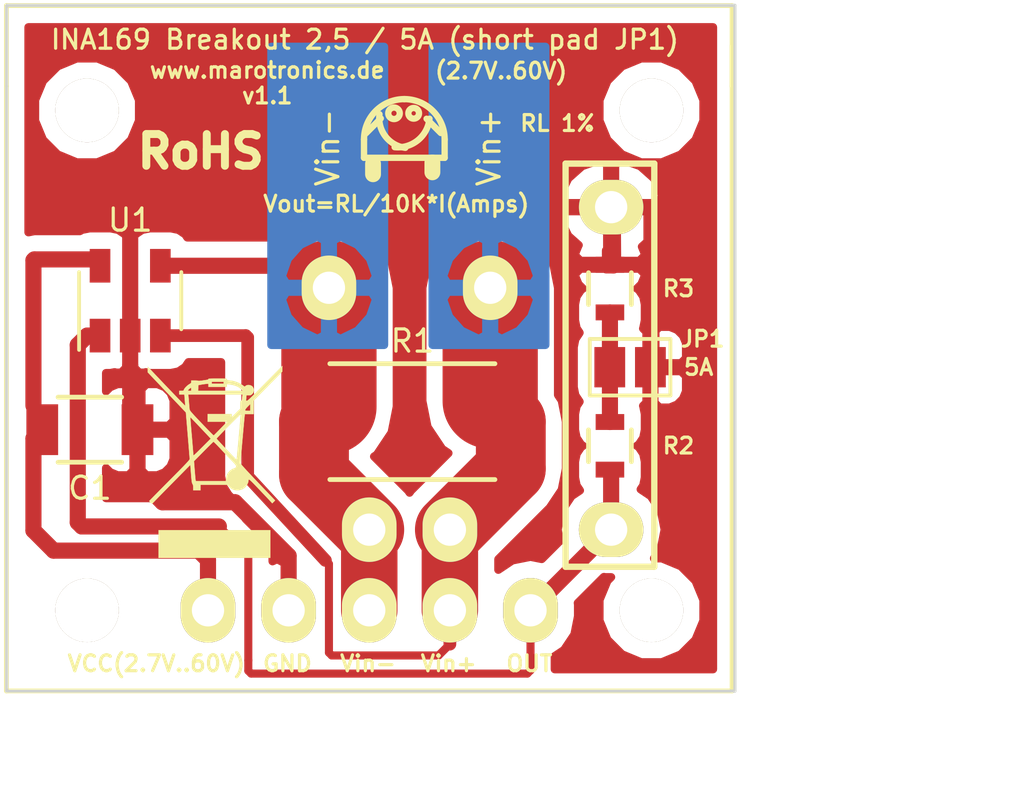
<source format=kicad_pcb>
(kicad_pcb (version 20171130) (host pcbnew "(2018-01-10 revision dc62c0717)-makepkg")

  (general
    (thickness 1.6)
    (drawings 35)
    (tracks 73)
    (zones 0)
    (modules 8)
    (nets 7)
  )

  (page A4)
  (title_block
    (title INA169_StromSensor)
    (date 2017-11-30)
    (rev V1.1)
    (company "Uwe Zimprich")
  )

  (layers
    (0 F.Cu signal)
    (31 B.Cu signal)
    (32 B.Adhes user)
    (33 F.Adhes user)
    (34 B.Paste user)
    (35 F.Paste user)
    (36 B.SilkS user)
    (37 F.SilkS user)
    (38 B.Mask user)
    (39 F.Mask user)
    (40 Dwgs.User user)
    (41 Cmts.User user)
    (42 Eco1.User user)
    (43 Eco2.User user)
    (44 Edge.Cuts user)
    (45 Margin user)
    (46 B.CrtYd user)
    (47 F.CrtYd user)
    (48 B.Fab user)
    (49 F.Fab user)
  )

  (setup
    (last_trace_width 0.254)
    (user_trace_width 0.254)
    (user_trace_width 0.4)
    (user_trace_width 0.508)
    (user_trace_width 0.762)
    (user_trace_width 1.106)
    (user_trace_width 1.27)
    (user_trace_width 1.524)
    (user_trace_width 1.778)
    (trace_clearance 0.254)
    (zone_clearance 0.508)
    (zone_45_only no)
    (trace_min 0.254)
    (segment_width 0.2)
    (edge_width 0.1)
    (via_size 0.889)
    (via_drill 0.635)
    (via_min_size 0.889)
    (via_min_drill 0.508)
    (uvia_size 0.508)
    (uvia_drill 0.127)
    (uvias_allowed no)
    (uvia_min_size 0.508)
    (uvia_min_drill 0.127)
    (pcb_text_width 0.3)
    (pcb_text_size 1.5 1.5)
    (mod_edge_width 0.15)
    (mod_text_size 1 1)
    (mod_text_width 0.15)
    (pad_size 2.032 1.72)
    (pad_drill 1.016)
    (pad_to_mask_clearance 0)
    (aux_axis_origin 0 0)
    (visible_elements 7FFFFF7F)
    (pcbplotparams
      (layerselection 0x00030_80000001)
      (usegerberextensions false)
      (usegerberattributes false)
      (usegerberadvancedattributes false)
      (creategerberjobfile false)
      (excludeedgelayer true)
      (linewidth 0.100000)
      (plotframeref false)
      (viasonmask false)
      (mode 1)
      (useauxorigin false)
      (hpglpennumber 1)
      (hpglpenspeed 20)
      (hpglpendiameter 15)
      (psnegative false)
      (psa4output false)
      (plotreference true)
      (plotvalue true)
      (plotinvisibletext false)
      (padsonsilk false)
      (subtractmaskfromsilk false)
      (outputformat 1)
      (mirror false)
      (drillshape 0)
      (scaleselection 1)
      (outputdirectory ""))
  )

  (net 0 "")
  (net 1 GND)
  (net 2 /VCC)
  (net 3 /Out)
  (net 4 /Vin-)
  (net 5 /Vin+)
  (net 6 "Net-(JP1-Pad1)")

  (net_class Default "Dies ist die voreingestellte Netzklasse."
    (clearance 0.254)
    (trace_width 0.254)
    (via_dia 0.889)
    (via_drill 0.635)
    (uvia_dia 0.508)
    (uvia_drill 0.127)
    (diff_pair_gap 0.25)
    (diff_pair_width 0.254)
    (add_net /Out)
    (add_net /VCC)
    (add_net /Vin+)
    (add_net /Vin-)
    (add_net GND)
    (add_net "Net-(JP1-Pad1)")
  )

  (net_class Load ""
    (clearance 0.254)
    (trace_width 0.254)
    (via_dia 0.889)
    (via_drill 0.635)
    (uvia_dia 0.508)
    (uvia_drill 0.127)
    (diff_pair_gap 0.25)
    (diff_pair_width 0.254)
  )

  (module ina169_breakout:ina169_breakout_footprint (layer F.Cu) (tedit 5A206F0C) (tstamp 54E61CA1)
    (at 147.9931 103.2256)
    (path /587A8695)
    (fp_text reference J1 (at -3.5941 -2.5146) (layer F.SilkS) hide
      (effects (font (size 0.7 0.7) (thickness 0.15)))
    )
    (fp_text value "INA169 Breakout 2,5 / 5A (short pad JP1)" (at -0.137145 -10.35925) (layer F.SilkS)
      (effects (font (size 0.6 0.6) (thickness 0.1)))
    )
    (fp_line (start 11.43 10.16) (end -11.43 10.16) (layer F.SilkS) (width 0.15))
    (fp_line (start -11.43 -8.89) (end -11.43 -11.43) (layer F.SilkS) (width 0.15))
    (fp_line (start -11.43 -11.43) (end 11.43 -11.43) (layer F.SilkS) (width 0.15))
    (fp_line (start 11.43 -11.43) (end 11.43 -8.89) (layer F.SilkS) (width 0.15))
    (fp_line (start 11.43 -8.89) (end 11.43 -10.16) (layer F.SilkS) (width 0.15))
    (fp_line (start 11.43 10.16) (end 11.43 -8.89) (layer F.SilkS) (width 0.15))
    (fp_line (start -11.43 -8.89) (end -11.43 10.16) (layer F.SilkS) (width 0.15))
    (pad 5 thru_hole oval (at 7.62 5.08) (size 2.032 1.72) (drill 1.016) (layers *.Cu *.Mask F.SilkS)
      (net 3 /Out))
    (pad 2 thru_hole oval (at 7.62 -5.08) (size 2.032 1.72) (drill 1.016) (layers *.Cu *.Mask F.SilkS)
      (net 1 GND))
    (pad 3 thru_hole oval (at -1.27 -2.54) (size 1.72 2.032) (drill 1.016) (layers *.Cu *.Mask F.SilkS)
      (net 4 /Vin-))
    (pad 4 thru_hole oval (at 3.81 -2.54) (size 1.72 2.032) (drill 1.016) (layers *.Cu *.Mask F.SilkS)
      (net 5 /Vin+))
    (pad 3 thru_hole oval (at 0 5.08) (size 1.72 2.032) (drill 1.016) (layers *.Cu *.Mask F.SilkS)
      (net 4 /Vin-))
    (pad 4 thru_hole oval (at 2.54 5.08) (size 1.72 2.032) (drill 1.016) (layers *.Cu *.Mask F.SilkS)
      (net 5 /Vin+))
    (pad 2 thru_hole oval (at -2.54 7.62) (size 1.72 2.032) (drill 1.016) (layers *.Cu *.Mask F.SilkS)
      (net 1 GND))
    (pad 1 thru_hole oval (at -5.08 7.62) (size 1.72 2.032) (drill 1.016) (layers *.Cu *.Mask F.SilkS)
      (net 2 /VCC))
    (pad 5 thru_hole oval (at 5.08 7.62) (size 1.72 2.032) (drill 1.016) (layers *.Cu *.Mask F.SilkS)
      (net 3 /Out))
    (pad 4 thru_hole oval (at 2.54 7.62) (size 1.72 2.032) (drill 1.016) (layers *.Cu *.Mask F.SilkS)
      (net 5 /Vin+))
    (pad 3 thru_hole oval (at 0 7.62) (size 1.72 2.032) (drill 1.016) (layers *.Cu *.Mask F.SilkS)
      (net 4 /Vin-))
    (pad "" thru_hole circle (at -8.89 7.62) (size 2 2) (drill 2) (layers *.Cu *.Mask F.SilkS))
    (pad "" thru_hole circle (at 8.89 7.62) (size 2 2) (drill 2) (layers *.Cu *.Mask F.SilkS))
    (pad "" thru_hole circle (at -8.89 -8.128) (size 2 2) (drill 2) (layers *.Cu *.Mask F.SilkS))
    (pad "" thru_hole circle (at 8.89 -8.128) (size 2 2) (drill 2) (layers *.Cu *.Mask F.SilkS))
    (model ${KISYS3DMOD}/Pin_Headers.3dshapes/Pin_Header_Straight_1x05_Pitch2.54mm.wrl
      (offset (xyz 126.9999980926514 -190.4999971389771 -46.98999929428101))
      (scale (xyz 1 1 1))
      (rotate (xyz 0 180 90))
    )
    (model ${KISYS3DMOD}/Pin_Headers.3dshapes/Pin_Header_Straight_1x02_Pitch2.54mm.wrl
      (offset (xyz 64.5159990310669 -133.1975979995727 -46.98999929428101))
      (scale (xyz 1 1 1))
      (rotate (xyz 0 180 90))
    )
  )

  (module Resistors_SMD:R_2512 (layer F.Cu) (tedit 5A205CA1) (tstamp 54E35950)
    (at 149.352 104.902 180)
    (descr "Resistor SMD 2512, reflow soldering, Vishay (see dcrcw.pdf)")
    (tags "resistor 2512")
    (path /587A7CC4)
    (attr smd)
    (fp_text reference R1 (at 0 2.54) (layer F.SilkS)
      (effects (font (size 0.7 0.7) (thickness 0.1)))
    )
    (fp_text value "0.1 1% 2W" (at 0 0 180) (layer F.Fab) hide
      (effects (font (size 0.7 0.7) (thickness 0.1)))
    )
    (fp_line (start -3.9 -1.95) (end 3.9 -1.95) (layer F.CrtYd) (width 0.05))
    (fp_line (start -3.9 1.95) (end 3.9 1.95) (layer F.CrtYd) (width 0.05))
    (fp_line (start -3.9 -1.95) (end -3.9 1.95) (layer F.CrtYd) (width 0.05))
    (fp_line (start 3.9 -1.95) (end 3.9 1.95) (layer F.CrtYd) (width 0.05))
    (fp_line (start 2.6 1.825) (end -2.6 1.825) (layer F.SilkS) (width 0.15))
    (fp_line (start -2.6 -1.825) (end 2.6 -1.825) (layer F.SilkS) (width 0.15))
    (pad 1 smd rect (at -3.1 0 180) (size 1 3.2) (layers F.Cu F.Paste F.Mask)
      (net 5 /Vin+))
    (pad 2 smd rect (at 3.1 0 180) (size 1 3.2) (layers F.Cu F.Paste F.Mask)
      (net 4 /Vin-))
    (model ${KISYS3DMOD}/Resistors_SMD.3dshapes/R_2512.wrl
      (at (xyz 0 0 0))
      (scale (xyz 1 1 1))
      (rotate (xyz 0 0 180))
    )
  )

  (module Capacitors_SMD:C_1206 (layer F.Cu) (tedit 5A20840E) (tstamp 54E35945)
    (at 139.192 105.156)
    (descr "Capacitor SMD 1206, reflow soldering, AVX (see smccp.pdf)")
    (tags "capacitor 1206")
    (path /587A6051)
    (attr smd)
    (fp_text reference C1 (at 0 1.8415) (layer F.SilkS)
      (effects (font (size 0.7 0.7) (thickness 0.1)))
    )
    (fp_text value 0.1uF (at 3.937 0.8509) (layer F.Fab) hide
      (effects (font (size 0.7 0.7) (thickness 0.1)))
    )
    (fp_line (start -2.3 -1.15) (end 2.3 -1.15) (layer F.CrtYd) (width 0.05))
    (fp_line (start -2.3 1.15) (end 2.3 1.15) (layer F.CrtYd) (width 0.05))
    (fp_line (start -2.3 -1.15) (end -2.3 1.15) (layer F.CrtYd) (width 0.05))
    (fp_line (start 2.3 -1.15) (end 2.3 1.15) (layer F.CrtYd) (width 0.05))
    (fp_line (start 1 -1.025) (end -1 -1.025) (layer F.SilkS) (width 0.15))
    (fp_line (start -1 1.025) (end 1 1.025) (layer F.SilkS) (width 0.15))
    (pad 1 smd rect (at -1.5 0) (size 1 1.6) (layers F.Cu F.Paste F.Mask)
      (net 2 /VCC))
    (pad 2 smd rect (at 1.5 0) (size 1 1.6) (layers F.Cu F.Paste F.Mask)
      (net 1 GND))
    (model ${KISYS3DMOD}/Capacitors_SMD.3dshapes/C_1206.wrl
      (at (xyz 0 0 0))
      (scale (xyz 1 1 1))
      (rotate (xyz 0 0 0))
    )
  )

  (module Resistors_SMD:R_0603 (layer F.Cu) (tedit 5A206FE8) (tstamp 54E3595B)
    (at 155.575 105.664 90)
    (descr "Resistor SMD 0603, reflow soldering, Vishay (see dcrcw.pdf)")
    (tags "resistor 0603")
    (path /587A79B6)
    (attr smd)
    (fp_text reference R2 (at 0 2.159) (layer F.SilkS)
      (effects (font (size 0.5 0.5) (thickness 0.1)))
    )
    (fp_text value "10K 1%" (at 0.0762 2.9464 90) (layer F.Fab) hide
      (effects (font (size 0.5 0.5) (thickness 0.1)))
    )
    (fp_line (start -1.3 -0.8) (end 1.3 -0.8) (layer F.CrtYd) (width 0.05))
    (fp_line (start -1.3 0.8) (end 1.3 0.8) (layer F.CrtYd) (width 0.05))
    (fp_line (start -1.3 -0.8) (end -1.3 0.8) (layer F.CrtYd) (width 0.05))
    (fp_line (start 1.3 -0.8) (end 1.3 0.8) (layer F.CrtYd) (width 0.05))
    (fp_line (start 0.5 0.675) (end -0.5 0.675) (layer F.SilkS) (width 0.15))
    (fp_line (start -0.5 -0.675) (end 0.5 -0.675) (layer F.SilkS) (width 0.15))
    (pad 1 smd rect (at -0.75 0 90) (size 0.5 0.9) (layers F.Cu F.Paste F.Mask)
      (net 3 /Out))
    (pad 2 smd rect (at 0.75 0 90) (size 0.5 0.9) (layers F.Cu F.Paste F.Mask)
      (net 6 "Net-(JP1-Pad1)"))
    (model ${KISYS3DMOD}/Resistors_SMD.3dshapes/R_0603.wrl
      (at (xyz 0 0 0))
      (scale (xyz 1 1 1))
      (rotate (xyz 0 0 0))
    )
  )

  (module Resistors_SMD:R_0603 (layer F.Cu) (tedit 5A206FDE) (tstamp 55017C33)
    (at 155.575 100.711 90)
    (descr "Resistor SMD 0603, reflow soldering, Vishay (see dcrcw.pdf)")
    (tags "resistor 0603")
    (path /587A6B3F)
    (attr smd)
    (fp_text reference R3 (at 0 2.159) (layer F.SilkS)
      (effects (font (size 0.5 0.5) (thickness 0.1)))
    )
    (fp_text value "10K 1%" (at -0.10414 2.8194 90) (layer F.Fab) hide
      (effects (font (size 0.5 0.5) (thickness 0.1)))
    )
    (fp_line (start -1.3 -0.8) (end 1.3 -0.8) (layer F.CrtYd) (width 0.05))
    (fp_line (start -1.3 0.8) (end 1.3 0.8) (layer F.CrtYd) (width 0.05))
    (fp_line (start -1.3 -0.8) (end -1.3 0.8) (layer F.CrtYd) (width 0.05))
    (fp_line (start 1.3 -0.8) (end 1.3 0.8) (layer F.CrtYd) (width 0.05))
    (fp_line (start 0.5 0.675) (end -0.5 0.675) (layer F.SilkS) (width 0.15))
    (fp_line (start -0.5 -0.675) (end 0.5 -0.675) (layer F.SilkS) (width 0.15))
    (pad 1 smd rect (at -0.75 0 90) (size 0.5 0.9) (layers F.Cu F.Paste F.Mask)
      (net 6 "Net-(JP1-Pad1)"))
    (pad 2 smd rect (at 0.75 0 90) (size 0.5 0.9) (layers F.Cu F.Paste F.Mask)
      (net 1 GND))
    (model ${KISYS3DMOD}/Resistors_SMD.3dshapes/R_0603.wrl
      (at (xyz 0 0 0))
      (scale (xyz 1 1 1))
      (rotate (xyz 0 0 0))
    )
  )

  (module TO_SOT_Packages_SMD:SOT-23-5 (layer F.Cu) (tedit 5A205C4F) (tstamp 587A6D6F)
    (at 140.462 101.092 90)
    (descr "5-pin SOT23 package")
    (tags SOT-23-5)
    (path /587A66BB)
    (attr smd)
    (fp_text reference U1 (at 2.54 0) (layer F.SilkS)
      (effects (font (size 0.7 0.7) (thickness 0.1)))
    )
    (fp_text value INA169_IC (at -2.413 0) (layer F.Fab) hide
      (effects (font (size 0.5 0.5) (thickness 0.1)))
    )
    (fp_line (start 0.9 -1.55) (end 0.9 1.55) (layer F.Fab) (width 0.15))
    (fp_line (start 0.9 1.55) (end -0.9 1.55) (layer F.Fab) (width 0.15))
    (fp_line (start -0.9 -1.55) (end -0.9 1.55) (layer F.Fab) (width 0.15))
    (fp_line (start 0.9 -1.55) (end -0.9 -1.55) (layer F.Fab) (width 0.15))
    (fp_line (start -1.9 1.8) (end -1.9 -1.8) (layer F.CrtYd) (width 0.05))
    (fp_line (start 1.9 1.8) (end -1.9 1.8) (layer F.CrtYd) (width 0.05))
    (fp_line (start 1.9 -1.8) (end 1.9 1.8) (layer F.CrtYd) (width 0.05))
    (fp_line (start -1.9 -1.8) (end 1.9 -1.8) (layer F.CrtYd) (width 0.05))
    (fp_line (start 0.9 -1.61) (end -1.55 -1.61) (layer F.SilkS) (width 0.12))
    (fp_line (start -0.9 1.61) (end 0.9 1.61) (layer F.SilkS) (width 0.12))
    (pad 5 smd rect (at 1.1 -0.95 90) (size 1.06 0.65) (layers F.Cu F.Paste F.Mask)
      (net 2 /VCC))
    (pad 4 smd rect (at 1.1 0.95 90) (size 1.06 0.65) (layers F.Cu F.Paste F.Mask)
      (net 4 /Vin-))
    (pad 3 smd rect (at -1.1 0.95 90) (size 1.06 0.65) (layers F.Cu F.Paste F.Mask)
      (net 5 /Vin+))
    (pad 2 smd rect (at -1.1 0 90) (size 1.06 0.65) (layers F.Cu F.Paste F.Mask)
      (net 1 GND))
    (pad 1 smd rect (at -1.1 -0.95 90) (size 1.06 0.65) (layers F.Cu F.Paste F.Mask)
      (net 3 /Out))
    (model TO_SOT_Packages_SMD.3dshapes/SOT-23-5.wrl
      (at (xyz 0 0 0))
      (scale (xyz 1 1 1))
      (rotate (xyz 0 0 0))
    )
  )

  (module Connectors:GS2 (layer F.Cu) (tedit 5A206D99) (tstamp 5A206A03)
    (at 156.21 103.1875 90)
    (descr "2-pin solder bridge")
    (tags "solder bridge")
    (path /5A20683E)
    (attr smd)
    (fp_text reference JP1 (at 0.889 2.286) (layer F.SilkS)
      (effects (font (size 0.5 0.5) (thickness 0.1)))
    )
    (fp_text value 5A (at 0 2.159) (layer F.SilkS)
      (effects (font (size 0.5 0.5) (thickness 0.1)))
    )
    (fp_line (start -0.89 -1.27) (end 0.89 -1.27) (layer F.SilkS) (width 0.12))
    (fp_line (start 0.89 1.27) (end -0.89 1.27) (layer F.SilkS) (width 0.12))
    (fp_line (start 0.89 1.27) (end 0.89 -1.27) (layer F.SilkS) (width 0.12))
    (fp_line (start -0.89 -1.27) (end -0.89 1.27) (layer F.SilkS) (width 0.12))
    (fp_line (start -1.1 -1.45) (end 1.1 -1.45) (layer F.CrtYd) (width 0.05))
    (fp_line (start -1.1 1.5) (end -1.1 -1.45) (layer F.CrtYd) (width 0.05))
    (fp_line (start 1.1 1.5) (end -1.1 1.5) (layer F.CrtYd) (width 0.05))
    (fp_line (start 1.1 -1.45) (end 1.1 1.5) (layer F.CrtYd) (width 0.05))
    (pad 2 smd rect (at 0 0.64 90) (size 1.27 0.97) (layers F.Cu F.Paste F.Mask)
      (net 1 GND))
    (pad 1 smd rect (at 0 -0.64 90) (size 1.27 0.97) (layers F.Cu F.Paste F.Mask)
      (net 6 "Net-(JP1-Pad1)"))
  )

  (module Symbols:WEEE-Logo_4.2x6mm_SilkScreen (layer F.Cu) (tedit 5A208662) (tstamp 5A20FB45)
    (at 143.129 106.172)
    (descr "Waste Electrical and Electronic Equipment Directive")
    (tags "Logo WEEE")
    (path /5A20ED28)
    (attr virtual)
    (fp_text reference H1 (at 0 0) (layer F.SilkS) hide
      (effects (font (size 1 1) (thickness 0.15)))
    )
    (fp_text value Mülleimer (at 0.75 0) (layer F.Fab) hide
      (effects (font (size 1 1) (thickness 0.15)))
    )
    (fp_poly (pts (xy 2.12443 -2.935152) (xy 2.123811 -2.848069) (xy 1.672086 -2.389109) (xy 1.220361 -1.930148)
      (xy 1.220032 -1.719529) (xy 1.219703 -1.508911) (xy 0.94461 -1.508911) (xy 0.937522 -1.45547)
      (xy 0.934838 -1.431112) (xy 0.930313 -1.385241) (xy 0.924191 -1.320595) (xy 0.916712 -1.239909)
      (xy 0.908119 -1.145919) (xy 0.898654 -1.041363) (xy 0.888558 -0.928975) (xy 0.878074 -0.811493)
      (xy 0.867444 -0.691652) (xy 0.856909 -0.572189) (xy 0.846713 -0.455841) (xy 0.837095 -0.345343)
      (xy 0.8283 -0.243431) (xy 0.820568 -0.152842) (xy 0.814142 -0.076313) (xy 0.809263 -0.016579)
      (xy 0.806175 0.023624) (xy 0.805117 0.041559) (xy 0.805118 0.041644) (xy 0.812827 0.056035)
      (xy 0.835981 0.085748) (xy 0.874895 0.131131) (xy 0.929884 0.192529) (xy 1.001264 0.270288)
      (xy 1.089349 0.364754) (xy 1.194454 0.476272) (xy 1.316895 0.605188) (xy 1.35131 0.641287)
      (xy 1.897137 1.213416) (xy 1.808881 1.301436) (xy 1.737485 1.223758) (xy 1.711366 1.195686)
      (xy 1.670566 1.152274) (xy 1.617777 1.096366) (xy 1.555691 1.030808) (xy 1.487 0.958441)
      (xy 1.414396 0.882112) (xy 1.37096 0.836524) (xy 1.289416 0.751119) (xy 1.223504 0.68271)
      (xy 1.171544 0.630053) (xy 1.131855 0.591905) (xy 1.102757 0.56702) (xy 1.082569 0.554156)
      (xy 1.06961 0.552068) (xy 1.0622 0.559513) (xy 1.058658 0.575246) (xy 1.057303 0.598023)
      (xy 1.057121 0.604239) (xy 1.047703 0.647061) (xy 1.024497 0.698819) (xy 0.992136 0.751328)
      (xy 0.955252 0.796403) (xy 0.940493 0.810328) (xy 0.864767 0.859047) (xy 0.776308 0.886306)
      (xy 0.6981 0.892773) (xy 0.609468 0.880576) (xy 0.527612 0.844813) (xy 0.455164 0.786722)
      (xy 0.441797 0.772262) (xy 0.392918 0.716733) (xy -0.452674 0.716733) (xy -0.452674 0.892773)
      (xy -0.67901 0.892773) (xy -0.67901 0.810531) (xy -0.68185 0.754386) (xy -0.691393 0.715416)
      (xy -0.702991 0.694219) (xy -0.711277 0.679052) (xy -0.718373 0.657062) (xy -0.724748 0.624987)
      (xy -0.730872 0.579569) (xy -0.737216 0.517548) (xy -0.74425 0.435662) (xy -0.749066 0.374746)
      (xy -0.771161 0.089343) (xy -1.313565 0.638805) (xy -1.411637 0.738228) (xy -1.505784 0.833815)
      (xy -1.594285 0.92381) (xy -1.67542 1.006457) (xy -1.747469 1.080001) (xy -1.808712 1.142684)
      (xy -1.857427 1.192752) (xy -1.891896 1.228448) (xy -1.910379 1.247995) (xy -1.940743 1.278944)
      (xy -1.966071 1.30053) (xy -1.979695 1.307723) (xy -1.997095 1.299297) (xy -2.02246 1.278245)
      (xy -2.031058 1.269671) (xy -2.067514 1.23162) (xy -1.866802 1.027658) (xy -1.815596 0.975699)
      (xy -1.749569 0.90882) (xy -1.671618 0.82995) (xy -1.584638 0.742014) (xy -1.491526 0.647941)
      (xy -1.395179 0.550658) (xy -1.298492 0.453093) (xy -1.229134 0.383145) (xy -1.123703 0.27655)
      (xy -1.035129 0.186307) (xy -0.962281 0.111192) (xy -0.904023 0.049986) (xy -0.859225 0.001466)
      (xy -0.837021 -0.023871) (xy -0.658724 -0.023871) (xy -0.636401 0.261555) (xy -0.629669 0.345219)
      (xy -0.623157 0.421727) (xy -0.617234 0.487081) (xy -0.612268 0.537281) (xy -0.608629 0.568329)
      (xy -0.607458 0.575273) (xy -0.600838 0.603565) (xy 0.348636 0.603565) (xy 0.354974 0.524606)
      (xy 0.37411 0.431315) (xy 0.414154 0.348791) (xy 0.472582 0.280038) (xy 0.546871 0.228063)
      (xy 0.630252 0.196863) (xy 0.657302 0.182228) (xy 0.670844 0.150819) (xy 0.671128 0.149434)
      (xy 0.672753 0.136174) (xy 0.670744 0.122595) (xy 0.663142 0.106181) (xy 0.647984 0.084411)
      (xy 0.623312 0.054767) (xy 0.587164 0.014732) (xy 0.53758 -0.038215) (xy 0.472599 -0.106591)
      (xy 0.468401 -0.110995) (xy 0.398507 -0.184389) (xy 0.3242 -0.262563) (xy 0.250586 -0.340136)
      (xy 0.182771 -0.411725) (xy 0.12586 -0.471949) (xy 0.113168 -0.485413) (xy 0.064513 -0.53618)
      (xy 0.021291 -0.579625) (xy -0.013395 -0.612759) (xy -0.036444 -0.632595) (xy -0.044182 -0.636954)
      (xy -0.055722 -0.62783) (xy -0.08271 -0.6028) (xy -0.123021 -0.563948) (xy -0.174529 -0.513357)
      (xy -0.235109 -0.453112) (xy -0.302636 -0.385296) (xy -0.357826 -0.329435) (xy -0.658724 -0.023871)
      (xy -0.837021 -0.023871) (xy -0.826751 -0.035589) (xy -0.805471 -0.062401) (xy -0.794251 -0.080192)
      (xy -0.791754 -0.08843) (xy -0.7927 -0.10641) (xy -0.795573 -0.147108) (xy -0.800187 -0.208181)
      (xy -0.806358 -0.287287) (xy -0.813898 -0.382086) (xy -0.822621 -0.490233) (xy -0.832343 -0.609388)
      (xy -0.842876 -0.737209) (xy -0.851365 -0.839365) (xy -0.899396 -1.415326) (xy -0.775805 -1.415326)
      (xy -0.775273 -1.402896) (xy -0.772769 -1.36789) (xy -0.768496 -1.312785) (xy -0.762653 -1.240057)
      (xy -0.755443 -1.152186) (xy -0.747066 -1.051649) (xy -0.737723 -0.940923) (xy -0.728758 -0.835795)
      (xy -0.718602 -0.716517) (xy -0.709142 -0.60392) (xy -0.700596 -0.500695) (xy -0.693179 -0.409527)
      (xy -0.687108 -0.333105) (xy -0.682601 -0.274117) (xy -0.679873 -0.235251) (xy -0.679116 -0.220156)
      (xy -0.677935 -0.210762) (xy -0.673256 -0.207034) (xy -0.663276 -0.210529) (xy -0.64619 -0.222801)
      (xy -0.620196 -0.245406) (xy -0.58349 -0.2799) (xy -0.534267 -0.327838) (xy -0.470726 -0.390776)
      (xy -0.403305 -0.458032) (xy -0.127601 -0.733523) (xy -0.129533 -0.735594) (xy 0.05271 -0.735594)
      (xy 0.061016 -0.72422) (xy 0.084267 -0.697437) (xy 0.120135 -0.657708) (xy 0.166287 -0.607493)
      (xy 0.220394 -0.549254) (xy 0.280126 -0.485453) (xy 0.343152 -0.418551) (xy 0.407142 -0.35101)
      (xy 0.469764 -0.28529) (xy 0.52869 -0.223854) (xy 0.581588 -0.169163) (xy 0.626128 -0.123678)
      (xy 0.65998 -0.089862) (xy 0.680812 -0.070174) (xy 0.686494 -0.066163) (xy 0.688366 -0.079109)
      (xy 0.692254 -0.114866) (xy 0.697943 -0.171196) (xy 0.705219 -0.24586) (xy 0.713869 -0.33662)
      (xy 0.723678 -0.441238) (xy 0.734434 -0.557474) (xy 0.745921 -0.683092) (xy 0.755093 -0.784382)
      (xy 0.766826 -0.915721) (xy 0.777665 -1.039448) (xy 0.78743 -1.153319) (xy 0.795937 -1.255089)
      (xy 0.803005 -1.342513) (xy 0.808451 -1.413347) (xy 0.812092 -1.465347) (xy 0.813747 -1.496268)
      (xy 0.813558 -1.504297) (xy 0.803666 -1.497146) (xy 0.778476 -1.474159) (xy 0.74019 -1.437561)
      (xy 0.691011 -1.389578) (xy 0.633139 -1.332434) (xy 0.568778 -1.268353) (xy 0.500129 -1.199562)
      (xy 0.429395 -1.128284) (xy 0.358778 -1.056745) (xy 0.29048 -0.98717) (xy 0.226704 -0.921783)
      (xy 0.16965 -0.862809) (xy 0.121522 -0.812473) (xy 0.084522 -0.773001) (xy 0.060852 -0.746617)
      (xy 0.05271 -0.735594) (xy -0.129533 -0.735594) (xy -0.230409 -0.843705) (xy -0.282768 -0.899623)
      (xy -0.341535 -0.962052) (xy -0.404385 -1.028557) (xy -0.468995 -1.096702) (xy -0.533042 -1.164052)
      (xy -0.594203 -1.228172) (xy -0.650153 -1.286628) (xy -0.69857 -1.336982) (xy -0.73713 -1.376802)
      (xy -0.763509 -1.40365) (xy -0.775384 -1.415092) (xy -0.775805 -1.415326) (xy -0.899396 -1.415326)
      (xy -0.911401 -1.559274) (xy -1.511938 -2.190842) (xy -2.112475 -2.822411) (xy -2.112034 -2.910685)
      (xy -2.111592 -2.99896) (xy -2.014583 -2.895334) (xy -1.960291 -2.837537) (xy -1.896192 -2.769632)
      (xy -1.824016 -2.693428) (xy -1.745492 -2.610731) (xy -1.662349 -2.523347) (xy -1.576319 -2.433085)
      (xy -1.48913 -2.34175) (xy -1.402513 -2.251151) (xy -1.318197 -2.163093) (xy -1.237912 -2.079385)
      (xy -1.163387 -2.001833) (xy -1.096354 -1.932243) (xy -1.038541 -1.872424) (xy -0.991679 -1.824182)
      (xy -0.957496 -1.789324) (xy -0.937724 -1.769657) (xy -0.93339 -1.765884) (xy -0.933092 -1.779008)
      (xy -0.934731 -1.812611) (xy -0.938023 -1.86212) (xy -0.942682 -1.922963) (xy -0.944682 -1.947268)
      (xy -0.959577 -2.125049) (xy -0.842955 -2.125049) (xy -0.836934 -2.096757) (xy -0.833863 -2.074382)
      (xy -0.829548 -2.032283) (xy -0.824488 -1.975822) (xy -0.819181 -1.910365) (xy -0.817344 -1.886138)
      (xy -0.811927 -1.816579) (xy -0.806459 -1.751982) (xy -0.801488 -1.698452) (xy -0.797561 -1.66209)
      (xy -0.796675 -1.655491) (xy -0.793334 -1.641944) (xy -0.786101 -1.626086) (xy -0.77344 -1.606139)
      (xy -0.753811 -1.580327) (xy -0.725678 -1.546871) (xy -0.687502 -1.503993) (xy -0.637746 -1.449917)
      (xy -0.574871 -1.382864) (xy -0.497341 -1.301057) (xy -0.418251 -1.21805) (xy -0.339564 -1.135906)
      (xy -0.266112 -1.059831) (xy -0.199724 -0.991675) (xy -0.142227 -0.933288) (xy -0.095451 -0.886519)
      (xy -0.061224 -0.853218) (xy -0.041373 -0.835233) (xy -0.03714 -0.832558) (xy -0.026003 -0.842259)
      (xy 0.000029 -0.867559) (xy 0.03843 -0.905918) (xy 0.086672 -0.9548) (xy 0.14223 -1.011666)
      (xy 0.182408 -1.053094) (xy 0.392169 -1.27) (xy -0.226337 -1.27) (xy -0.226337 -1.508911)
      (xy 0.528119 -1.508911) (xy 0.528119 -1.402458) (xy 0.666435 -1.540346) (xy 0.764553 -1.63816)
      (xy 0.955643 -1.63816) (xy 0.957471 -1.62273) (xy 0.966723 -1.614133) (xy 0.98905 -1.610387)
      (xy 1.030105 -1.609511) (xy 1.037376 -1.609505) (xy 1.119109 -1.609505) (xy 1.119109 -1.828828)
      (xy 1.037376 -1.747821) (xy 0.99127 -1.698572) (xy 0.963694 -1.660841) (xy 0.955643 -1.63816)
      (xy 0.764553 -1.63816) (xy 0.804752 -1.678234) (xy 0.804752 -1.801048) (xy 0.805137 -1.85755)
      (xy 0.8069 -1.893495) (xy 0.81095 -1.91347) (xy 0.818199 -1.922063) (xy 0.82913 -1.923861)
      (xy 0.841288 -1.926502) (xy 0.850273 -1.937088) (xy 0.857174 -1.959619) (xy 0.863076 -1.998091)
      (xy 0.869065 -2.056502) (xy 0.870987 -2.077896) (xy 0.875148 -2.125049) (xy -0.842955 -2.125049)
      (xy -0.959577 -2.125049) (xy -1.119109 -2.125049) (xy -1.119109 -2.238218) (xy -1.051314 -2.238218)
      (xy -1.011662 -2.239304) (xy -0.990116 -2.244546) (xy -0.98748 -2.247666) (xy -0.848616 -2.247666)
      (xy -0.841308 -2.240538) (xy -0.815993 -2.238338) (xy -0.798908 -2.238218) (xy -0.741881 -2.238218)
      (xy -0.529221 -2.238218) (xy 0.885302 -2.238218) (xy 0.837458 -2.287214) (xy 0.76315 -2.347676)
      (xy 0.671184 -2.394309) (xy 0.560002 -2.427751) (xy 0.449529 -2.446247) (xy 0.377227 -2.454878)
      (xy 0.377227 -2.36396) (xy -0.201188 -2.36396) (xy -0.201188 -2.467107) (xy -0.286065 -2.458504)
      (xy -0.345368 -2.451244) (xy -0.408551 -2.441621) (xy -0.446386 -2.434748) (xy -0.521832 -2.419593)
      (xy -0.525526 -2.328905) (xy -0.529221 -2.238218) (xy -0.741881 -2.238218) (xy -0.741881 -2.288515)
      (xy -0.743544 -2.320024) (xy -0.747697 -2.337537) (xy -0.749371 -2.338812) (xy -0.767987 -2.330746)
      (xy -0.795183 -2.31118) (xy -0.822448 -2.287056) (xy -0.841267 -2.265318) (xy -0.842943 -2.262492)
      (xy -0.848616 -2.247666) (xy -0.98748 -2.247666) (xy -0.979662 -2.256919) (xy -0.975442 -2.270396)
      (xy -0.958219 -2.305373) (xy -0.925138 -2.347421) (xy -0.881893 -2.390644) (xy -0.834174 -2.429146)
      (xy -0.80283 -2.449199) (xy -0.767123 -2.471149) (xy -0.748819 -2.489589) (xy -0.742388 -2.511332)
      (xy -0.741894 -2.524282) (xy -0.741894 -2.527425) (xy -0.100594 -2.527425) (xy -0.100594 -2.464554)
      (xy 0.276633 -2.464554) (xy 0.276633 -2.527425) (xy -0.100594 -2.527425) (xy -0.741894 -2.527425)
      (xy -0.741881 -2.565148) (xy -0.636048 -2.565148) (xy -0.587355 -2.563971) (xy -0.549405 -2.560835)
      (xy -0.528308 -2.556329) (xy -0.526023 -2.554505) (xy -0.512641 -2.551705) (xy -0.480074 -2.552852)
      (xy -0.433916 -2.557607) (xy -0.402376 -2.561997) (xy -0.345188 -2.570622) (xy -0.292886 -2.578409)
      (xy -0.253582 -2.584153) (xy -0.242055 -2.585785) (xy -0.211937 -2.595112) (xy -0.201188 -2.609728)
      (xy -0.19792 -2.61568) (xy -0.18623 -2.620222) (xy -0.163288 -2.62353) (xy -0.126265 -2.625785)
      (xy -0.072332 -2.627166) (xy 0.00134 -2.62785) (xy 0.08802 -2.62802) (xy 0.180529 -2.627923)
      (xy 0.250906 -2.62747) (xy 0.302164 -2.62641) (xy 0.33732 -2.624497) (xy 0.359389 -2.621481)
      (xy 0.371385 -2.617115) (xy 0.376324 -2.611151) (xy 0.377227 -2.604216) (xy 0.384921 -2.582205)
      (xy 0.410121 -2.569679) (xy 0.456009 -2.565212) (xy 0.464264 -2.565148) (xy 0.541973 -2.557132)
      (xy 0.630233 -2.535064) (xy 0.721085 -2.501916) (xy 0.80657 -2.460661) (xy 0.878726 -2.414269)
      (xy 0.888072 -2.406918) (xy 0.918533 -2.383002) (xy 0.936572 -2.373424) (xy 0.949169 -2.37652)
      (xy 0.9621 -2.389296) (xy 1.000293 -2.414322) (xy 1.049998 -2.423929) (xy 1.103524 -2.418933)
      (xy 1.153178 -2.400149) (xy 1.191267 -2.368394) (xy 1.194025 -2.364703) (xy 1.222526 -2.305425)
      (xy 1.227828 -2.244066) (xy 1.210518 -2.185573) (xy 1.17118 -2.134896) (xy 1.16637 -2.130711)
      (xy 1.13844 -2.110833) (xy 1.110102 -2.102079) (xy 1.070263 -2.101447) (xy 1.060311 -2.102008)
      (xy 1.021332 -2.103438) (xy 1.001254 -2.100161) (xy 0.993985 -2.090272) (xy 0.99324 -2.081039)
      (xy 0.991716 -2.054256) (xy 0.987935 -2.013975) (xy 0.985218 -1.989876) (xy 0.981277 -1.951599)
      (xy 0.982916 -1.932004) (xy 0.992421 -1.924842) (xy 1.009351 -1.923861) (xy 1.019392 -1.927099)
      (xy 1.03559 -1.93758) (xy 1.059145 -1.956452) (xy 1.091257 -1.984865) (xy 1.133128 -2.023965)
      (xy 1.185957 -2.074903) (xy 1.250945 -2.138827) (xy 1.329291 -2.216886) (xy 1.422197 -2.310228)
      (xy 1.530863 -2.420002) (xy 1.583231 -2.473048) (xy 2.125049 -3.022233) (xy 2.12443 -2.935152)) (layer F.SilkS) (width 0.01))
    (fp_poly (pts (xy 1.747822 3.017822) (xy -1.772971 3.017822) (xy -1.772971 2.150198) (xy 1.747822 2.150198)
      (xy 1.747822 3.017822)) (layer F.SilkS) (width 0.01))
  )

  (gr_text RoHS (at 142.6845 96.393) (layer F.SilkS)
    (effects (font (size 1 1) (thickness 0.25)))
  )
  (gr_line (start 154.178 96.774) (end 154.178 109.474) (angle 90) (layer F.SilkS) (width 0.2))
  (gr_line (start 156.972 96.774) (end 154.178 96.774) (angle 90) (layer F.SilkS) (width 0.2))
  (gr_line (start 156.972 109.474) (end 156.972 96.774) (angle 90) (layer F.SilkS) (width 0.2))
  (gr_line (start 154.178 109.474) (end 156.972 109.474) (angle 90) (layer F.SilkS) (width 0.2))
  (gr_line (start 159.51 91.79) (end 159.51 113.39) (angle 90) (layer Edge.Cuts) (width 0.1))
  (gr_line (start 136.57 91.79) (end 159.51 91.79) (angle 90) (layer Edge.Cuts) (width 0.1))
  (gr_line (start 136.57 113.39) (end 136.57 91.79) (angle 90) (layer Edge.Cuts) (width 0.1))
  (gr_line (start 159.51 113.39) (end 136.57 113.39) (angle 90) (layer Edge.Cuts) (width 0.1))
  (gr_text "Vout=RL/10K*I(Amps)" (at 148.844 98.044) (layer F.SilkS)
    (effects (font (size 0.5 0.5) (thickness 0.1)))
  )
  (gr_text "RL 1%" (at 153.924 95.504) (layer F.SilkS)
    (effects (font (size 0.5 0.5) (thickness 0.1)))
  )
  (gr_line (start 148.35632 95.3516) (end 147.88896 95.81896) (angle 90) (layer F.SilkS) (width 0.2))
  (gr_line (start 149.79904 95.36176) (end 150.24608 95.8088) (angle 90) (layer F.SilkS) (width 0.2) (tstamp 54E39316))
  (gr_circle (center 148.77288 95.18904) (end 148.93544 95.27032) (layer F.SilkS) (width 0.2))
  (gr_circle (center 149.39264 95.18904) (end 149.48232 95.33128) (layer F.SilkS) (width 0.2) (tstamp 54E3939A))
  (gr_arc (start 149.2504 95.34144) (end 149.12848 96.27616) (angle 90) (layer F.SilkS) (width 0.2))
  (gr_arc (start 148.8948 95.26016) (end 149.89048 95.36176) (angle 90) (layer F.SilkS) (width 0.2))
  (gr_line (start 150.368 96.59112) (end 150.368 96.012) (angle 90) (layer F.SilkS) (width 0.2))
  (gr_line (start 147.828 96.59112) (end 150.368 96.59112) (angle 90) (layer F.SilkS) (width 0.2))
  (gr_line (start 147.828 96.012) (end 147.828 96.59112) (angle 90) (layer F.SilkS) (width 0.2))
  (gr_arc (start 149.098 96.012) (end 147.828 96.012) (angle 90) (layer F.SilkS) (width 0.2))
  (gr_arc (start 149.098 96.012) (end 149.098 94.742) (angle 90) (layer F.SilkS) (width 0.2))
  (gr_text Vin+ (at 151.765 96.266 90) (layer F.SilkS)
    (effects (font (size 0.7 0.7) (thickness 0.1)))
  )
  (gr_line (start 149.98192 97.04832) (end 149.98192 96.7392) (angle 90) (layer F.SilkS) (width 0.5) (tstamp 54E39370))
  (gr_line (start 148.11248 97.10928) (end 148.11248 96.77984) (angle 90) (layer F.SilkS) (width 0.5))
  (gr_text Vin- (at 146.685 96.266 90) (layer F.SilkS)
    (effects (font (size 0.7 0.7) (thickness 0.1)))
  )
  (dimension 22.931388 (width 0.3) (layer Dwgs.User)
    (gr_text "22,931 mm" (at 147.976532 117.682) (layer Dwgs.User)
      (effects (font (size 1.5 1.5) (thickness 0.3)))
    )
    (feature1 (pts (xy 159.442226 113.334529) (xy 159.442226 119.032)))
    (feature2 (pts (xy 136.510838 113.334529) (xy 136.510838 119.032)))
    (crossbar (pts (xy 136.510838 116.332) (xy 159.442226 116.332)))
    (arrow1a (pts (xy 159.442226 116.332) (xy 158.315722 116.918421)))
    (arrow1b (pts (xy 159.442226 116.332) (xy 158.315722 115.745579)))
    (arrow2a (pts (xy 136.510838 116.332) (xy 137.637342 116.918421)))
    (arrow2b (pts (xy 136.510838 116.332) (xy 137.637342 115.745579)))
  )
  (dimension 21.564616 (width 0.3) (layer Dwgs.User) (tstamp 54E3B59A)
    (gr_text "21,565 mm" (at 162.052 102.362 270) (layer Dwgs.User) (tstamp 54E3B59A)
      (effects (font (size 1.5 1.5) (thickness 0.3)))
    )
    (feature1 (pts (xy 159.480192 113.334529) (xy 167.291999 113.334529)))
    (feature2 (pts (xy 159.480192 91.769913) (xy 167.291999 91.769913)))
    (crossbar (pts (xy 164.591999 91.769913) (xy 164.591999 113.334529)))
    (arrow1a (pts (xy 164.591999 113.334529) (xy 164.005578 112.208025)))
    (arrow1b (pts (xy 164.591999 113.334529) (xy 165.17842 112.208025)))
    (arrow2a (pts (xy 164.591999 91.769913) (xy 164.005578 92.896417)))
    (arrow2b (pts (xy 164.591999 91.769913) (xy 165.17842 92.896417)))
  )
  (gr_text "www.marotronics.de\nv1.1" (at 144.78 94.234) (layer F.SilkS)
    (effects (font (size 0.5 0.5) (thickness 0.1)))
  )
  (gr_text "(2.7V..60V)" (at 152.146 93.853) (layer F.SilkS)
    (effects (font (size 0.5 0.5) (thickness 0.1)))
  )
  (gr_text Vin+ (at 150.495 112.522) (layer F.SilkS)
    (effects (font (size 0.5 0.5) (thickness 0.1)))
  )
  (gr_text Vin- (at 147.955 112.522) (layer F.SilkS)
    (effects (font (size 0.5 0.5) (thickness 0.1)))
  )
  (gr_text OUT (at 153.035 112.522) (layer F.SilkS)
    (effects (font (size 0.5 0.5) (thickness 0.1)))
  )
  (gr_text GND (at 145.415 112.522) (layer F.SilkS)
    (effects (font (size 0.5 0.5) (thickness 0.1)))
  )
  (gr_text "VCC(2.7V..60V)" (at 141.2875 112.522) (layer F.SilkS)
    (effects (font (size 0.5 0.5) (thickness 0.1)))
  )

  (segment (start 140.692 105.156) (end 140.692 106.656) (width 0.508) (layer F.Cu) (net 1) (status 400000))
  (segment (start 145.4531 109.1311) (end 145.4531 110.8456) (width 0.508) (layer F.Cu) (net 1) (tstamp 5A207AE2) (status 800000))
  (segment (start 143.763998 107.441998) (end 145.4531 109.1311) (width 0.508) (layer F.Cu) (net 1) (tstamp 5A207AD9))
  (segment (start 141.477998 107.441998) (end 143.763998 107.441998) (width 0.508) (layer F.Cu) (net 1) (tstamp 5A207AD7))
  (segment (start 140.692 106.656) (end 141.477998 107.441998) (width 0.508) (layer F.Cu) (net 1) (tstamp 5A207AD6))
  (segment (start 140.462 102.192) (end 140.462 104.926) (width 0.508) (layer F.Cu) (net 1))
  (segment (start 140.462 104.926) (end 140.692 105.156) (width 0.254) (layer F.Cu) (net 1) (tstamp 587A785E))
  (segment (start 155.6131 98.1456) (end 140.4874 98.1456) (width 0.508) (layer F.Cu) (net 1))
  (segment (start 140.4874 98.1456) (end 140.462 98.171) (width 0.508) (layer F.Cu) (net 1) (tstamp 587A7854))
  (segment (start 140.462 98.171) (end 140.462 102.192) (width 0.508) (layer F.Cu) (net 1) (tstamp 587A7858))
  (segment (start 156.8831 103.2256) (end 156.8831 98.2091) (width 0.508) (layer F.Cu) (net 1))
  (segment (start 156.8831 98.2091) (end 156.8196 98.1456) (width 0.508) (layer F.Cu) (net 1) (tstamp 587A7848))
  (segment (start 156.8196 98.1456) (end 155.6131 98.1456) (width 0.508) (layer F.Cu) (net 1) (tstamp 587A784F))
  (segment (start 155.6639 98.1964) (end 155.6131 98.1456) (width 0.254) (layer F.Cu) (net 1) (tstamp 5501782D))
  (segment (start 155.6766 99.98386) (end 155.6639 98.1964) (width 0.508) (layer F.Cu) (net 1) (status 10))
  (segment (start 137.414 105.434) (end 137.414 108.331) (width 0.508) (layer F.Cu) (net 2) (status 400000))
  (segment (start 142.9131 109.2581) (end 142.621 108.966) (width 0.508) (layer F.Cu) (net 2) (tstamp 5A2078D7))
  (segment (start 142.621 108.966) (end 138.049 108.966) (width 0.508) (layer F.Cu) (net 2) (tstamp 5A2078D9))
  (segment (start 138.049 108.966) (end 137.414 108.331) (width 0.508) (layer F.Cu) (net 2) (tstamp 5A2078DC))
  (segment (start 142.9131 109.2581) (end 142.9131 110.8456) (width 0.508) (layer F.Cu) (net 2) (status 800000))
  (segment (start 137.414 105.434) (end 137.692 105.156) (width 0.508) (layer F.Cu) (net 2) (tstamp 5A207909) (status C00000))
  (segment (start 153.0731 110.8456) (end 153.0731 112.7379) (width 0.254) (layer F.Cu) (net 3) (status 400000))
  (segment (start 144.1831 112.4204) (end 144.1831 109.1311) (width 0.254) (layer F.Cu) (net 3) (tstamp 5A207A11))
  (segment (start 139.108 102.192) (end 139.512 102.192) (width 0.508) (layer F.Cu) (net 3) (status 800000))
  (segment (start 138.938002 108.204) (end 143.256 108.204) (width 0.508) (layer F.Cu) (net 3) (tstamp 5A207979))
  (segment (start 138.811 108.076998) (end 138.938002 108.204) (width 0.508) (layer F.Cu) (net 3) (tstamp 5A207975))
  (segment (start 138.811 102.489) (end 138.811 108.076998) (width 0.508) (layer F.Cu) (net 3) (tstamp 5A20796C))
  (segment (start 139.108 102.192) (end 138.811 102.489) (width 0.508) (layer F.Cu) (net 3) (tstamp 5A20796B))
  (segment (start 144.1831 109.1311) (end 143.256 108.204) (width 0.254) (layer F.Cu) (net 3))
  (segment (start 144.1831 112.7506) (end 144.1831 112.4204) (width 0.254) (layer F.Cu) (net 3) (tstamp 5A207C55))
  (segment (start 144.272 112.8395) (end 144.1831 112.7506) (width 0.254) (layer F.Cu) (net 3) (tstamp 5A207C4B))
  (segment (start 152.9715 112.8395) (end 144.272 112.8395) (width 0.254) (layer F.Cu) (net 3) (tstamp 5A207C45))
  (segment (start 153.0731 112.7379) (end 152.9715 112.8395) (width 0.254) (layer F.Cu) (net 3) (tstamp 5A207C43))
  (segment (start 147.193 112.268) (end 146.812 112.268) (width 0.254) (layer F.Cu) (net 5))
  (segment (start 141.412 102.192) (end 144.102 102.192) (width 0.4) (layer F.Cu) (net 5))
  (segment (start 144.16325 102.25325) (end 144.16325 106.627355) (width 0.4) (layer F.Cu) (net 5) (tstamp 587A7885))
  (segment (start 144.102 102.192) (end 144.16325 102.25325) (width 0.4) (layer F.Cu) (net 5) (tstamp 587A7884))
  (segment (start 144.16325 106.627355) (end 146.612098 109.274098) (width 0.4) (layer F.Cu) (net 5) (tstamp 54E70493))
  (segment (start 150.5331 111.912398) (end 150.177498 112.268) (width 0.254) (layer F.Cu) (net 5) (tstamp 5A207C74))
  (segment (start 150.177498 112.268) (end 147.193 112.268) (width 0.254) (layer F.Cu) (net 5) (tstamp 5A207C77))
  (segment (start 150.5331 111.912398) (end 150.5331 110.8456) (width 0.4) (layer F.Cu) (net 5) (status 800000))
  (segment (start 146.723098 109.385098) (end 146.612098 109.274098) (width 0.254) (layer F.Cu) (net 5) (tstamp 5A207CA8))
  (segment (start 146.723098 112.179098) (end 146.723098 109.385098) (width 0.254) (layer F.Cu) (net 5) (tstamp 5A207CA1))
  (segment (start 146.812 112.268) (end 146.723098 112.179098) (width 0.254) (layer F.Cu) (net 5) (tstamp 5A207C9F))
  (segment (start 155.575 104.914) (end 155.575 103.1925) (width 0.508) (layer F.Cu) (net 6) (status C00000))
  (segment (start 155.575 103.1925) (end 155.57 103.1875) (width 0.508) (layer F.Cu) (net 6) (tstamp 5A2072AB) (status C00000))
  (segment (start 155.575 101.461) (end 155.575 103.1825) (width 0.508) (layer F.Cu) (net 6) (status C00000))
  (segment (start 155.575 103.1825) (end 155.57 103.1875) (width 0.508) (layer F.Cu) (net 6) (tstamp 5A2072A8) (status C00000))
  (segment (start 155.6258 101.53466) (end 155.6766 101.48386) (width 0.254) (layer F.Cu) (net 6) (tstamp 55017A74) (status 30))
  (segment (start 155.5496 103.2891) (end 155.6131 103.2256) (width 0.254) (layer F.Cu) (net 6) (tstamp 55017A7D))
  (segment (start 137.414 99.822) (end 137.414 104.394) (width 0.508) (layer F.Cu) (net 2) (tstamp 54E70917))
  (segment (start 137.4441 99.7919) (end 137.414 99.822) (width 0.508) (layer F.Cu) (net 2) (tstamp 54E70911))
  (segment (start 139.512 99.7919) (end 137.4441 99.7919) (width 0.508) (layer F.Cu) (net 2))
  (segment (start 137.414 104.394) (end 137.692 105.156) (width 0.254) (layer F.Cu) (net 2) (tstamp 54E7091E))
  (segment (start 139.507572 99.796328) (end 139.512 99.7919) (width 0.254) (layer F.Cu) (net 2) (tstamp 54E70884))
  (segment (start 153.0731 110.8456) (end 155.6131 108.3056) (width 0.508) (layer F.Cu) (net 3))
  (segment (start 155.6131 106.5537) (end 155.5496 106.4902) (width 0.254) (layer F.Cu) (net 3) (tstamp 5501851A))
  (segment (start 155.6131 108.3056) (end 155.6131 106.5537) (width 0.508) (layer F.Cu) (net 3))
  (segment (start 141.412 99.992) (end 146.0295 99.992) (width 0.508) (layer F.Cu) (net 4) (status 400000))
  (segment (start 146.0295 99.992) (end 146.7231 100.6856) (width 0.508) (layer F.Cu) (net 4) (tstamp 5A206AE8) (status 800000))
  (segment (start 147.9931 110.8456) (end 147.9931 108.3056) (width 1.778) (layer F.Cu) (net 4))
  (segment (start 146.7231 104.4309) (end 146.252 104.902) (width 2.2) (layer F.Cu) (net 4) (tstamp 54E848EC))
  (segment (start 146.7231 100.6856) (end 146.7231 104.4309) (width 3) (layer F.Cu) (net 4))
  (segment (start 146.252 106.5645) (end 147.9931 108.3056) (width 2.2) (layer F.Cu) (net 4) (tstamp 54E84918))
  (segment (start 146.252 104.902) (end 146.252 106.5645) (width 2.2) (layer F.Cu) (net 4))
  (segment (start 145.8294 99.7919) (end 146.7231 100.6856) (width 0.254) (layer F.Cu) (net 4) (tstamp 54E8494E))
  (segment (start 150.622 108.2167) (end 150.5331 108.3056) (width 0.254) (layer F.Cu) (net 5) (tstamp 54E61D15))
  (segment (start 150.5331 110.8456) (end 150.5331 108.3056) (width 1.778) (layer F.Cu) (net 5))
  (segment (start 151.8031 104.2531) (end 152.452 104.902) (width 0.254) (layer F.Cu) (net 5) (tstamp 54E848F0))
  (segment (start 151.8031 104.2531) (end 152.452 104.902) (width 2.2) (layer F.Cu) (net 5) (tstamp 54E848FE))
  (segment (start 151.8031 100.6856) (end 151.8031 104.2531) (width 3) (layer F.Cu) (net 5))
  (segment (start 152.452 106.3867) (end 150.5331 108.3056) (width 2.2) (layer F.Cu) (net 5) (tstamp 54E8491B))
  (segment (start 152.452 104.902) (end 152.452 106.3867) (width 2.2) (layer F.Cu) (net 5))

  (zone (net 1) (net_name GND) (layer F.Cu) (tstamp 54E362A9) (hatch edge 0.508)
    (connect_pads (clearance 0.508))
    (min_thickness 0.254)
    (fill yes (arc_segments 16) (thermal_gap 0.508) (thermal_bridge_width 0.508))
    (polygon
      (pts
        (xy 136.814565 92.225503) (xy 159.138499 92.263469) (xy 159.138499 112.992836) (xy 136.852531 113.030802)
      )
    )
    (filled_polygon
      (pts
        (xy 158.825 112.705) (xy 153.8351 112.705) (xy 153.8351 112.288266) (xy 154.130225 112.09107) (xy 154.4543 111.606057)
        (xy 154.5681 111.033945) (xy 154.5681 110.657255) (xy 154.559901 110.616035) (xy 155.383535 109.792401) (xy 155.424755 109.8006)
        (xy 155.615665 109.8006) (xy 155.497822 109.918237) (xy 155.248384 110.518952) (xy 155.247816 111.169395) (xy 155.496206 111.770543)
        (xy 155.955737 112.230878) (xy 156.556452 112.480316) (xy 157.206895 112.480884) (xy 157.808043 112.232494) (xy 158.268378 111.772963)
        (xy 158.517816 111.172248) (xy 158.518384 110.521805) (xy 158.269994 109.920657) (xy 157.810463 109.460322) (xy 157.209748 109.210884)
        (xy 156.960172 109.210666) (xy 157.182645 108.877712) (xy 157.296445 108.3056) (xy 157.182645 107.733488) (xy 156.85857 107.248475)
        (xy 156.540279 107.0358) (xy 156.623157 106.911765) (xy 156.67244 106.664) (xy 156.67244 106.164) (xy 156.623157 105.916235)
        (xy 156.482809 105.706191) (xy 156.419666 105.664) (xy 156.482809 105.621809) (xy 156.623157 105.411765) (xy 156.67244 105.164)
        (xy 156.67244 104.664) (xy 156.623157 104.416235) (xy 156.616091 104.405659) (xy 156.723 104.29875) (xy 156.723 103.3145)
        (xy 156.977 103.3145) (xy 156.977 104.29875) (xy 157.13575 104.4575) (xy 157.46131 104.4575) (xy 157.694699 104.360827)
        (xy 157.873327 104.182198) (xy 157.97 103.948809) (xy 157.97 103.47325) (xy 157.81125 103.3145) (xy 156.977 103.3145)
        (xy 156.723 103.3145) (xy 156.703 103.3145) (xy 156.703 103.0605) (xy 156.723 103.0605) (xy 156.723 102.07625)
        (xy 156.977 102.07625) (xy 156.977 103.0605) (xy 157.81125 103.0605) (xy 157.97 102.90175) (xy 157.97 102.426191)
        (xy 157.873327 102.192802) (xy 157.694699 102.014173) (xy 157.46131 101.9175) (xy 157.13575 101.9175) (xy 156.977 102.07625)
        (xy 156.723 102.07625) (xy 156.616091 101.969341) (xy 156.623157 101.958765) (xy 156.67244 101.711) (xy 156.67244 101.211)
        (xy 156.623157 100.963235) (xy 156.482809 100.753191) (xy 156.42168 100.712346) (xy 156.563327 100.570698) (xy 156.66 100.337309)
        (xy 156.66 100.24475) (xy 156.50125 100.086) (xy 155.702 100.086) (xy 155.702 100.108) (xy 155.448 100.108)
        (xy 155.448 100.086) (xy 154.64875 100.086) (xy 154.49 100.24475) (xy 154.49 100.337309) (xy 154.586673 100.570698)
        (xy 154.72832 100.712346) (xy 154.667191 100.753191) (xy 154.526843 100.963235) (xy 154.47756 101.211) (xy 154.47756 101.711)
        (xy 154.526843 101.958765) (xy 154.622429 102.101818) (xy 154.486843 102.304735) (xy 154.43756 102.5525) (xy 154.43756 103.8225)
        (xy 154.486843 104.070265) (xy 154.622429 104.273182) (xy 154.526843 104.416235) (xy 154.47756 104.664) (xy 154.47756 105.164)
        (xy 154.526843 105.411765) (xy 154.667191 105.621809) (xy 154.730334 105.664) (xy 154.667191 105.706191) (xy 154.526843 105.916235)
        (xy 154.47756 106.164) (xy 154.47756 106.664) (xy 154.526843 106.911765) (xy 154.633241 107.071) (xy 154.36763 107.248475)
        (xy 154.043555 107.733488) (xy 153.929755 108.3056) (xy 154.000451 108.661013) (xy 153.428513 109.232951) (xy 153.0731 109.162255)
        (xy 152.500988 109.276055) (xy 152.0571 109.572651) (xy 152.0571 109.23526) (xy 153.67883 107.613531) (xy 154.054931 107.050656)
        (xy 154.059236 107.029015) (xy 154.187 106.3867) (xy 154.187 104.902) (xy 154.054931 104.238044) (xy 153.9381 104.063194)
        (xy 153.9381 100.6856) (xy 153.775583 99.868571) (xy 153.312773 99.175927) (xy 152.620129 98.713117) (xy 151.8031 98.5506)
        (xy 150.986071 98.713117) (xy 150.293427 99.175927) (xy 149.830617 99.868571) (xy 149.6681 100.6856) (xy 149.6681 104.2531)
        (xy 149.830617 105.070129) (xy 150.293427 105.762773) (xy 150.490552 105.894488) (xy 149.30627 107.07877) (xy 149.2631 107.143378)
        (xy 149.21993 107.07877) (xy 148.142231 106.001071) (xy 148.232773 105.940573) (xy 148.695583 105.247929) (xy 148.8581 104.4309)
        (xy 148.8581 100.6856) (xy 148.695583 99.868571) (xy 148.232773 99.175927) (xy 147.540129 98.713117) (xy 146.7231 98.5506)
        (xy 145.906071 98.713117) (xy 145.32257 99.103) (xy 142.260832 99.103) (xy 142.194809 99.004191) (xy 141.984765 98.863843)
        (xy 141.737 98.81456) (xy 141.087 98.81456) (xy 140.839235 98.863843) (xy 140.629191 99.004191) (xy 140.488843 99.214235)
        (xy 140.462 99.349185) (xy 140.435157 99.214235) (xy 140.294809 99.004191) (xy 140.084765 98.863843) (xy 139.837 98.81456)
        (xy 139.187 98.81456) (xy 138.939235 98.863843) (xy 138.880783 98.9029) (xy 137.4441 98.9029) (xy 137.255 98.940514)
        (xy 137.255 98.504061) (xy 154.005711 98.504061) (xy 154.008982 98.523087) (xy 154.263671 99.048523) (xy 154.594933 99.343042)
        (xy 154.586673 99.351302) (xy 154.49 99.584691) (xy 154.49 99.67725) (xy 154.64875 99.836) (xy 155.448 99.836)
        (xy 155.448 99.506624) (xy 155.4861 99.483079) (xy 155.4861 99.23475) (xy 155.702 99.23475) (xy 155.702 99.836)
        (xy 156.50125 99.836) (xy 156.66 99.67725) (xy 156.66 99.584691) (xy 156.579112 99.389411) (xy 156.962529 99.048523)
        (xy 157.217218 98.523087) (xy 157.220489 98.504061) (xy 157.099301 98.2726) (xy 155.7401 98.2726) (xy 155.7401 99.19665)
        (xy 155.702 99.23475) (xy 155.4861 99.23475) (xy 155.4861 98.2726) (xy 154.126899 98.2726) (xy 154.005711 98.504061)
        (xy 137.255 98.504061) (xy 137.255 97.787139) (xy 154.005711 97.787139) (xy 154.126899 98.0186) (xy 155.4861 98.0186)
        (xy 155.4861 96.808121) (xy 155.7401 96.808121) (xy 155.7401 98.0186) (xy 157.099301 98.0186) (xy 157.220489 97.787139)
        (xy 157.217218 97.768113) (xy 156.962529 97.242677) (xy 156.526151 96.854702) (xy 155.974519 96.663255) (xy 155.7401 96.808121)
        (xy 155.4861 96.808121) (xy 155.251681 96.663255) (xy 154.700049 96.854702) (xy 154.263671 97.242677) (xy 154.008982 97.768113)
        (xy 154.005711 97.787139) (xy 137.255 97.787139) (xy 137.255 95.421395) (xy 137.467816 95.421395) (xy 137.716206 96.022543)
        (xy 138.175737 96.482878) (xy 138.776452 96.732316) (xy 139.426895 96.732884) (xy 140.028043 96.484494) (xy 140.488378 96.024963)
        (xy 140.737816 95.424248) (xy 140.737818 95.421395) (xy 155.247816 95.421395) (xy 155.496206 96.022543) (xy 155.955737 96.482878)
        (xy 156.556452 96.732316) (xy 157.206895 96.732884) (xy 157.808043 96.484494) (xy 158.268378 96.024963) (xy 158.517816 95.424248)
        (xy 158.518384 94.773805) (xy 158.269994 94.172657) (xy 157.810463 93.712322) (xy 157.209748 93.462884) (xy 156.559305 93.462316)
        (xy 155.958157 93.710706) (xy 155.497822 94.170237) (xy 155.248384 94.770952) (xy 155.247816 95.421395) (xy 140.737818 95.421395)
        (xy 140.738384 94.773805) (xy 140.489994 94.172657) (xy 140.030463 93.712322) (xy 139.429748 93.462884) (xy 138.779305 93.462316)
        (xy 138.178157 93.710706) (xy 137.717822 94.170237) (xy 137.468384 94.770952) (xy 137.467816 95.421395) (xy 137.255 95.421395)
        (xy 137.255 92.475) (xy 158.825 92.475)
      )
    )
    (filled_polygon
      (pts
        (xy 145.5801 110.7186) (xy 145.6001 110.7186) (xy 145.6001 110.9726) (xy 145.5801 110.9726) (xy 145.5801 110.9926)
        (xy 145.3261 110.9926) (xy 145.3261 110.9726) (xy 145.3061 110.9726) (xy 145.3061 110.7186) (xy 145.3261 110.7186)
        (xy 145.3261 110.6986) (xy 145.5801 110.6986)
      )
    )
    (filled_polygon
      (pts
        (xy 140.488843 102.969765) (xy 140.589 103.119659) (xy 140.589 103.19825) (xy 140.74775 103.357) (xy 140.91331 103.357)
        (xy 140.949369 103.342064) (xy 141.087 103.36944) (xy 141.737 103.36944) (xy 141.984765 103.320157) (xy 142.194809 103.179809)
        (xy 142.296913 103.027) (xy 143.32825 103.027) (xy 143.32825 106.627355) (xy 143.356928 106.771528) (xy 143.379991 106.916717)
        (xy 143.388599 106.93075) (xy 143.391811 106.946896) (xy 143.473477 107.069118) (xy 143.550347 107.194431) (xy 145.400965 109.1946)
        (xy 145.326098 109.1946) (xy 145.326098 109.359398) (xy 145.094639 109.238211) (xy 145.075613 109.241482) (xy 144.9451 109.304744)
        (xy 144.9451 109.1311) (xy 144.887096 108.839495) (xy 144.830982 108.755515) (xy 144.721915 108.592284) (xy 144.098163 107.968532)
        (xy 144.077329 107.863794) (xy 143.884618 107.575382) (xy 143.596206 107.382671) (xy 143.256 107.315) (xy 139.7 107.315)
        (xy 139.7 106.362026) (xy 139.832302 106.494327) (xy 140.065691 106.591) (xy 140.40625 106.591) (xy 140.565 106.43225)
        (xy 140.565 105.283) (xy 140.819 105.283) (xy 140.819 106.43225) (xy 140.97775 106.591) (xy 141.318309 106.591)
        (xy 141.551698 106.494327) (xy 141.730327 106.315699) (xy 141.827 106.08231) (xy 141.827 105.44175) (xy 141.66825 105.283)
        (xy 140.819 105.283) (xy 140.565 105.283) (xy 140.545 105.283) (xy 140.545 105.029) (xy 140.565 105.029)
        (xy 140.565 103.87975) (xy 140.819 103.87975) (xy 140.819 105.029) (xy 141.66825 105.029) (xy 141.827 104.87025)
        (xy 141.827 104.22969) (xy 141.730327 103.996301) (xy 141.551698 103.817673) (xy 141.318309 103.721) (xy 140.97775 103.721)
        (xy 140.819 103.87975) (xy 140.565 103.87975) (xy 140.40625 103.721) (xy 140.065691 103.721) (xy 139.832302 103.817673)
        (xy 139.7 103.949974) (xy 139.7 103.36944) (xy 139.837 103.36944) (xy 139.974631 103.342064) (xy 140.01069 103.357)
        (xy 140.17625 103.357) (xy 140.335 103.19825) (xy 140.335 103.119659) (xy 140.435157 102.969765) (xy 140.462 102.834815)
      )
    )
  )
  (zone (net 4) (net_name /Vin-) (layer B.Cu) (tstamp 0) (hatch edge 0.508)
    (connect_pads (clearance 0.508))
    (min_thickness 0.254)
    (fill yes (arc_segments 16) (thermal_gap 0.508) (thermal_bridge_width 0.508))
    (polygon
      (pts
        (xy 144.78 102.616) (xy 144.78 92.964) (xy 148.59 92.964) (xy 148.59 102.616)
      )
    )
    (filled_polygon
      (pts
        (xy 148.463 102.489) (xy 144.907 102.489) (xy 144.907 101.047019) (xy 145.240755 101.047019) (xy 145.432202 101.598651)
        (xy 145.820177 102.035029) (xy 146.345613 102.289718) (xy 146.364639 102.292989) (xy 146.5961 102.171801) (xy 146.5961 100.8126)
        (xy 146.8501 100.8126) (xy 146.8501 102.171801) (xy 147.081561 102.292989) (xy 147.100587 102.289718) (xy 147.626023 102.035029)
        (xy 148.013998 101.598651) (xy 148.205445 101.047019) (xy 148.060579 100.8126) (xy 146.8501 100.8126) (xy 146.5961 100.8126)
        (xy 145.385621 100.8126) (xy 145.240755 101.047019) (xy 144.907 101.047019) (xy 144.907 100.324181) (xy 145.240755 100.324181)
        (xy 145.385621 100.5586) (xy 146.5961 100.5586) (xy 146.5961 99.199399) (xy 146.8501 99.199399) (xy 146.8501 100.5586)
        (xy 148.060579 100.5586) (xy 148.205445 100.324181) (xy 148.013998 99.772549) (xy 147.626023 99.336171) (xy 147.100587 99.081482)
        (xy 147.081561 99.078211) (xy 146.8501 99.199399) (xy 146.5961 99.199399) (xy 146.364639 99.078211) (xy 146.345613 99.081482)
        (xy 145.820177 99.336171) (xy 145.432202 99.772549) (xy 145.240755 100.324181) (xy 144.907 100.324181) (xy 144.907 93.091)
        (xy 148.463 93.091)
      )
    )
  )
  (zone (net 5) (net_name /Vin+) (layer B.Cu) (tstamp 0) (hatch edge 0.508)
    (connect_pads (clearance 0.508))
    (min_thickness 0.254)
    (fill yes (arc_segments 16) (thermal_gap 0.508) (thermal_bridge_width 0.508))
    (polygon
      (pts
        (xy 149.86 102.616) (xy 153.67 102.616) (xy 153.67 92.964) (xy 149.86 92.964)
      )
    )
    (filled_polygon
      (pts
        (xy 153.543 102.489) (xy 149.987 102.489) (xy 149.987 101.047019) (xy 150.320755 101.047019) (xy 150.512202 101.598651)
        (xy 150.900177 102.035029) (xy 151.425613 102.289718) (xy 151.444639 102.292989) (xy 151.6761 102.171801) (xy 151.6761 100.8126)
        (xy 151.9301 100.8126) (xy 151.9301 102.171801) (xy 152.161561 102.292989) (xy 152.180587 102.289718) (xy 152.706023 102.035029)
        (xy 153.093998 101.598651) (xy 153.285445 101.047019) (xy 153.140579 100.8126) (xy 151.9301 100.8126) (xy 151.6761 100.8126)
        (xy 150.465621 100.8126) (xy 150.320755 101.047019) (xy 149.987 101.047019) (xy 149.987 100.324181) (xy 150.320755 100.324181)
        (xy 150.465621 100.5586) (xy 151.6761 100.5586) (xy 151.6761 99.199399) (xy 151.9301 99.199399) (xy 151.9301 100.5586)
        (xy 153.140579 100.5586) (xy 153.285445 100.324181) (xy 153.093998 99.772549) (xy 152.706023 99.336171) (xy 152.180587 99.081482)
        (xy 152.161561 99.078211) (xy 151.9301 99.199399) (xy 151.6761 99.199399) (xy 151.444639 99.078211) (xy 151.425613 99.081482)
        (xy 150.900177 99.336171) (xy 150.512202 99.772549) (xy 150.320755 100.324181) (xy 149.987 100.324181) (xy 149.987 93.091)
        (xy 153.543 93.091)
      )
    )
  )
)

</source>
